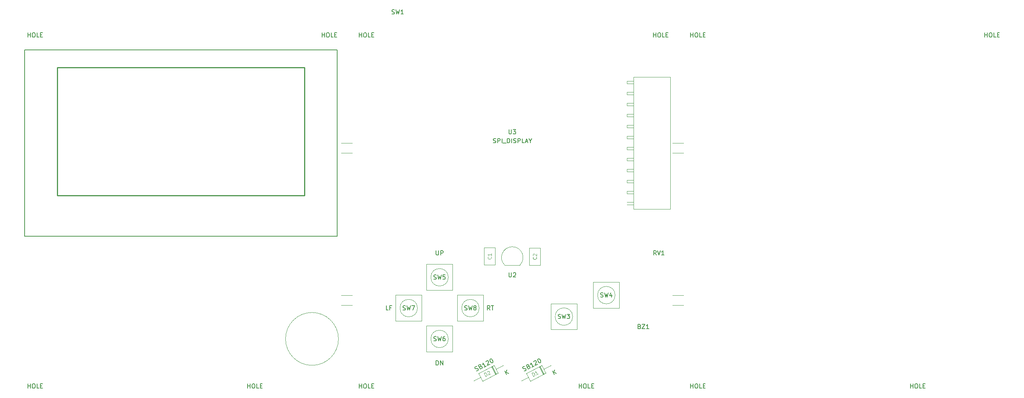
<source format=gbr>
G04 #@! TF.GenerationSoftware,KiCad,Pcbnew,(5.1.9-0-10_14)*
G04 #@! TF.CreationDate,2021-02-12T08:50:34-08:00*
G04 #@! TF.ProjectId,system,73797374-656d-42e6-9b69-6361645f7063,1.0-dev2*
G04 #@! TF.SameCoordinates,Original*
G04 #@! TF.FileFunction,Other,Fab,Top*
%FSLAX46Y46*%
G04 Gerber Fmt 4.6, Leading zero omitted, Abs format (unit mm)*
G04 Created by KiCad (PCBNEW (5.1.9-0-10_14)) date 2021-02-12 08:50:34*
%MOMM*%
%LPD*%
G01*
G04 APERTURE LIST*
%ADD10C,0.250000*%
%ADD11C,0.150000*%
%ADD12C,0.120000*%
%ADD13C,0.100000*%
G04 APERTURE END LIST*
D10*
X91809500Y-77596000D02*
X91809500Y-107096000D01*
X34809500Y-77596000D02*
X34809500Y-107096000D01*
X34809500Y-107096000D02*
X91809500Y-107096000D01*
X34809500Y-77596000D02*
X91809500Y-77596000D01*
D11*
X27309500Y-73496000D02*
X27309500Y-116496000D01*
X99309500Y-73496000D02*
X99309500Y-116496000D01*
X27309500Y-116496000D02*
X99309500Y-116496000D01*
X27309500Y-73496000D02*
X99309500Y-73496000D01*
D12*
X99635500Y-140208000D02*
G75*
G03*
X99635500Y-140208000I-6100000J0D01*
G01*
D13*
X166116000Y-81326000D02*
X167636000Y-81326000D01*
X166116000Y-80726000D02*
X166116000Y-81326000D01*
X167636000Y-80726000D02*
X166116000Y-80726000D01*
X166116000Y-106726000D02*
X167636000Y-106726000D01*
X167636000Y-106126000D02*
X166116000Y-106126000D01*
X166116000Y-101646000D02*
X167636000Y-101646000D01*
X166116000Y-101046000D02*
X166116000Y-101646000D01*
X167636000Y-101046000D02*
X166116000Y-101046000D01*
X167636000Y-103586000D02*
X166116000Y-103586000D01*
X166116000Y-104186000D02*
X167636000Y-104186000D01*
X166116000Y-106126000D02*
X166116000Y-106726000D01*
X167640000Y-97536000D02*
X167636000Y-98506000D01*
X167636000Y-110236000D02*
X167636000Y-98506000D01*
X176146000Y-97536000D02*
X176146000Y-110236000D01*
X176146000Y-110236000D02*
X167636000Y-110236000D01*
X166116000Y-103586000D02*
X166116000Y-104186000D01*
X166116000Y-98506000D02*
X166116000Y-99106000D01*
X166116000Y-99106000D02*
X167636000Y-99106000D01*
X167636000Y-98506000D02*
X166116000Y-98506000D01*
X166116000Y-83266000D02*
X166116000Y-83866000D01*
X166116000Y-83866000D02*
X167636000Y-83866000D01*
X167636000Y-83266000D02*
X166116000Y-83266000D01*
X166116000Y-95966000D02*
X166116000Y-96566000D01*
X167636000Y-95966000D02*
X166116000Y-95966000D01*
X166116000Y-96566000D02*
X167636000Y-96566000D01*
X176146000Y-79756000D02*
X167640000Y-79756000D01*
X166116000Y-85806000D02*
X166116000Y-86406000D01*
X167636000Y-85806000D02*
X166116000Y-85806000D01*
X166116000Y-86406000D02*
X167636000Y-86406000D01*
X166116000Y-88346000D02*
X166116000Y-88946000D01*
X167636000Y-88346000D02*
X166116000Y-88346000D01*
X166116000Y-88946000D02*
X167636000Y-88946000D01*
X166116000Y-90886000D02*
X166116000Y-91486000D01*
X167636000Y-90886000D02*
X166116000Y-90886000D01*
X166116000Y-91486000D02*
X167636000Y-91486000D01*
X166116000Y-93426000D02*
X166116000Y-94026000D01*
X167636000Y-93426000D02*
X166116000Y-93426000D01*
X166116000Y-94026000D02*
X167636000Y-94026000D01*
X176146000Y-79756000D02*
X176146000Y-97536000D01*
X167636000Y-97536000D02*
X167640000Y-79756000D01*
X167636000Y-108666000D02*
X166116000Y-108666000D01*
X166116000Y-109266000D02*
X167636000Y-109266000D01*
X153617564Y-135053000D02*
G75*
G03*
X153617564Y-135053000I-2015564J0D01*
G01*
X148602000Y-138053000D02*
X148602000Y-135053000D01*
X154602000Y-138053000D02*
X148602000Y-138053000D01*
X154602000Y-132053000D02*
X154602000Y-138053000D01*
X148602000Y-132053000D02*
X154602000Y-132053000D01*
X148602000Y-135053000D02*
X148602000Y-132053000D01*
X163396564Y-130100000D02*
G75*
G03*
X163396564Y-130100000I-2015564J0D01*
G01*
X158381000Y-133100000D02*
X158381000Y-130100000D01*
X164381000Y-133100000D02*
X158381000Y-133100000D01*
X164381000Y-127100000D02*
X164381000Y-133100000D01*
X158381000Y-127100000D02*
X164381000Y-127100000D01*
X158381000Y-130100000D02*
X158381000Y-127100000D01*
X124951564Y-125984000D02*
G75*
G03*
X124951564Y-125984000I-2015564J0D01*
G01*
X119936000Y-128984000D02*
X119936000Y-125984000D01*
X125936000Y-128984000D02*
X119936000Y-128984000D01*
X125936000Y-122984000D02*
X125936000Y-128984000D01*
X119936000Y-122984000D02*
X125936000Y-122984000D01*
X119936000Y-125984000D02*
X119936000Y-122984000D01*
X124951564Y-140208000D02*
G75*
G03*
X124951564Y-140208000I-2015564J0D01*
G01*
X125936000Y-137208000D02*
X125936000Y-140208000D01*
X119936000Y-137208000D02*
X125936000Y-137208000D01*
X119936000Y-143208000D02*
X119936000Y-137208000D01*
X125936000Y-143208000D02*
X119936000Y-143208000D01*
X125936000Y-140208000D02*
X125936000Y-143208000D01*
X117839564Y-133096000D02*
G75*
G03*
X117839564Y-133096000I-2015564J0D01*
G01*
X112824000Y-136096000D02*
X112824000Y-133096000D01*
X118824000Y-136096000D02*
X112824000Y-136096000D01*
X118824000Y-130096000D02*
X118824000Y-136096000D01*
X112824000Y-130096000D02*
X118824000Y-130096000D01*
X112824000Y-133096000D02*
X112824000Y-130096000D01*
X132063564Y-133096000D02*
G75*
G03*
X132063564Y-133096000I-2015564J0D01*
G01*
X133048000Y-130096000D02*
X133048000Y-133096000D01*
X127048000Y-130096000D02*
X133048000Y-130096000D01*
X127048000Y-136096000D02*
X127048000Y-130096000D01*
X133048000Y-136096000D02*
X127048000Y-136096000D01*
X133048000Y-133096000D02*
X133048000Y-136096000D01*
X179165000Y-132461000D02*
X176625000Y-132461000D01*
X179165000Y-130175000D02*
X176625000Y-130175000D01*
X179165000Y-94996000D02*
X176625000Y-94996000D01*
X179165000Y-97282000D02*
X176625000Y-97282000D01*
X100235000Y-94996000D02*
X102775000Y-94996000D01*
X100235000Y-97282000D02*
X102775000Y-97282000D01*
X100235000Y-132461000D02*
X102775000Y-132461000D01*
X100235000Y-130175000D02*
X102775000Y-130175000D01*
X135743000Y-123138000D02*
X135743000Y-119138000D01*
X133243000Y-123138000D02*
X135743000Y-123138000D01*
X133243000Y-119138000D02*
X133243000Y-123138000D01*
X135743000Y-119138000D02*
X133243000Y-119138000D01*
X143657000Y-123178000D02*
X146157000Y-123178000D01*
X146157000Y-123178000D02*
X146157000Y-119178000D01*
X146157000Y-119178000D02*
X143657000Y-119178000D01*
X143657000Y-119178000D02*
X143657000Y-123178000D01*
X147446259Y-148064252D02*
X146522762Y-146290230D01*
X146522762Y-146290230D02*
X142974718Y-148137225D01*
X142974718Y-148137225D02*
X143898216Y-149911246D01*
X143898216Y-149911246D02*
X147446259Y-148064252D01*
X148590000Y-146341476D02*
X146984510Y-147177241D01*
X141830977Y-149860000D02*
X143436467Y-149024235D01*
X146914053Y-148341301D02*
X145990555Y-146567279D01*
X146825351Y-148387476D02*
X145901854Y-146613454D01*
X147002754Y-148295126D02*
X146079256Y-146521104D01*
X135981777Y-148295126D02*
X135058279Y-146521104D01*
X135804374Y-148387476D02*
X134880877Y-146613454D01*
X135893076Y-148341301D02*
X134969578Y-146567279D01*
X130810000Y-149860000D02*
X132415490Y-149024235D01*
X137569023Y-146341476D02*
X135963533Y-147177241D01*
X132877239Y-149911246D02*
X136425282Y-148064252D01*
X131953741Y-148137225D02*
X132877239Y-149911246D01*
X135501785Y-146290230D02*
X131953741Y-148137225D01*
X136425282Y-148064252D02*
X135501785Y-146290230D01*
X137960000Y-123162000D02*
X141460000Y-123162000D01*
X137946375Y-123165625D02*
G75*
G02*
X139700000Y-118932000I1753625J1753625D01*
G01*
X141453625Y-123165625D02*
G75*
G03*
X139700000Y-118932000I-1753625J1753625D01*
G01*
D11*
X138938095Y-91908380D02*
X138938095Y-92717904D01*
X138985714Y-92813142D01*
X139033333Y-92860761D01*
X139128571Y-92908380D01*
X139319047Y-92908380D01*
X139414285Y-92860761D01*
X139461904Y-92813142D01*
X139509523Y-92717904D01*
X139509523Y-91908380D01*
X139890476Y-91908380D02*
X140509523Y-91908380D01*
X140176190Y-92289333D01*
X140319047Y-92289333D01*
X140414285Y-92336952D01*
X140461904Y-92384571D01*
X140509523Y-92479809D01*
X140509523Y-92717904D01*
X140461904Y-92813142D01*
X140414285Y-92860761D01*
X140319047Y-92908380D01*
X140033333Y-92908380D01*
X139938095Y-92860761D01*
X139890476Y-92813142D01*
X135319047Y-94900761D02*
X135461904Y-94948380D01*
X135700000Y-94948380D01*
X135795238Y-94900761D01*
X135842857Y-94853142D01*
X135890476Y-94757904D01*
X135890476Y-94662666D01*
X135842857Y-94567428D01*
X135795238Y-94519809D01*
X135700000Y-94472190D01*
X135509523Y-94424571D01*
X135414285Y-94376952D01*
X135366666Y-94329333D01*
X135319047Y-94234095D01*
X135319047Y-94138857D01*
X135366666Y-94043619D01*
X135414285Y-93996000D01*
X135509523Y-93948380D01*
X135747619Y-93948380D01*
X135890476Y-93996000D01*
X136319047Y-94948380D02*
X136319047Y-93948380D01*
X136700000Y-93948380D01*
X136795238Y-93996000D01*
X136842857Y-94043619D01*
X136890476Y-94138857D01*
X136890476Y-94281714D01*
X136842857Y-94376952D01*
X136795238Y-94424571D01*
X136700000Y-94472190D01*
X136319047Y-94472190D01*
X137319047Y-94948380D02*
X137319047Y-93948380D01*
X137557142Y-95043619D02*
X138319047Y-95043619D01*
X138557142Y-94948380D02*
X138557142Y-93948380D01*
X138795238Y-93948380D01*
X138938095Y-93996000D01*
X139033333Y-94091238D01*
X139080952Y-94186476D01*
X139128571Y-94376952D01*
X139128571Y-94519809D01*
X139080952Y-94710285D01*
X139033333Y-94805523D01*
X138938095Y-94900761D01*
X138795238Y-94948380D01*
X138557142Y-94948380D01*
X139557142Y-94948380D02*
X139557142Y-93948380D01*
X139985714Y-94900761D02*
X140128571Y-94948380D01*
X140366666Y-94948380D01*
X140461904Y-94900761D01*
X140509523Y-94853142D01*
X140557142Y-94757904D01*
X140557142Y-94662666D01*
X140509523Y-94567428D01*
X140461904Y-94519809D01*
X140366666Y-94472190D01*
X140176190Y-94424571D01*
X140080952Y-94376952D01*
X140033333Y-94329333D01*
X139985714Y-94234095D01*
X139985714Y-94138857D01*
X140033333Y-94043619D01*
X140080952Y-93996000D01*
X140176190Y-93948380D01*
X140414285Y-93948380D01*
X140557142Y-93996000D01*
X140985714Y-94948380D02*
X140985714Y-93948380D01*
X141366666Y-93948380D01*
X141461904Y-93996000D01*
X141509523Y-94043619D01*
X141557142Y-94138857D01*
X141557142Y-94281714D01*
X141509523Y-94376952D01*
X141461904Y-94424571D01*
X141366666Y-94472190D01*
X140985714Y-94472190D01*
X142461904Y-94948380D02*
X141985714Y-94948380D01*
X141985714Y-93948380D01*
X142747619Y-94662666D02*
X143223809Y-94662666D01*
X142652380Y-94948380D02*
X142985714Y-93948380D01*
X143319047Y-94948380D01*
X143842857Y-94472190D02*
X143842857Y-94948380D01*
X143509523Y-93948380D02*
X143842857Y-94472190D01*
X144176190Y-93948380D01*
X150268666Y-135457761D02*
X150411523Y-135505380D01*
X150649619Y-135505380D01*
X150744857Y-135457761D01*
X150792476Y-135410142D01*
X150840095Y-135314904D01*
X150840095Y-135219666D01*
X150792476Y-135124428D01*
X150744857Y-135076809D01*
X150649619Y-135029190D01*
X150459142Y-134981571D01*
X150363904Y-134933952D01*
X150316285Y-134886333D01*
X150268666Y-134791095D01*
X150268666Y-134695857D01*
X150316285Y-134600619D01*
X150363904Y-134553000D01*
X150459142Y-134505380D01*
X150697238Y-134505380D01*
X150840095Y-134553000D01*
X151173428Y-134505380D02*
X151411523Y-135505380D01*
X151602000Y-134791095D01*
X151792476Y-135505380D01*
X152030571Y-134505380D01*
X152316285Y-134505380D02*
X152935333Y-134505380D01*
X152602000Y-134886333D01*
X152744857Y-134886333D01*
X152840095Y-134933952D01*
X152887714Y-134981571D01*
X152935333Y-135076809D01*
X152935333Y-135314904D01*
X152887714Y-135410142D01*
X152840095Y-135457761D01*
X152744857Y-135505380D01*
X152459142Y-135505380D01*
X152363904Y-135457761D01*
X152316285Y-135410142D01*
X160047666Y-130504761D02*
X160190523Y-130552380D01*
X160428619Y-130552380D01*
X160523857Y-130504761D01*
X160571476Y-130457142D01*
X160619095Y-130361904D01*
X160619095Y-130266666D01*
X160571476Y-130171428D01*
X160523857Y-130123809D01*
X160428619Y-130076190D01*
X160238142Y-130028571D01*
X160142904Y-129980952D01*
X160095285Y-129933333D01*
X160047666Y-129838095D01*
X160047666Y-129742857D01*
X160095285Y-129647619D01*
X160142904Y-129600000D01*
X160238142Y-129552380D01*
X160476238Y-129552380D01*
X160619095Y-129600000D01*
X160952428Y-129552380D02*
X161190523Y-130552380D01*
X161381000Y-129838095D01*
X161571476Y-130552380D01*
X161809571Y-129552380D01*
X162619095Y-129885714D02*
X162619095Y-130552380D01*
X162381000Y-129504761D02*
X162142904Y-130219047D01*
X162761952Y-130219047D01*
X122150285Y-119848380D02*
X122150285Y-120657904D01*
X122197904Y-120753142D01*
X122245523Y-120800761D01*
X122340761Y-120848380D01*
X122531238Y-120848380D01*
X122626476Y-120800761D01*
X122674095Y-120753142D01*
X122721714Y-120657904D01*
X122721714Y-119848380D01*
X123197904Y-120848380D02*
X123197904Y-119848380D01*
X123578857Y-119848380D01*
X123674095Y-119896000D01*
X123721714Y-119943619D01*
X123769333Y-120038857D01*
X123769333Y-120181714D01*
X123721714Y-120276952D01*
X123674095Y-120324571D01*
X123578857Y-120372190D01*
X123197904Y-120372190D01*
X121602666Y-126388761D02*
X121745523Y-126436380D01*
X121983619Y-126436380D01*
X122078857Y-126388761D01*
X122126476Y-126341142D01*
X122174095Y-126245904D01*
X122174095Y-126150666D01*
X122126476Y-126055428D01*
X122078857Y-126007809D01*
X121983619Y-125960190D01*
X121793142Y-125912571D01*
X121697904Y-125864952D01*
X121650285Y-125817333D01*
X121602666Y-125722095D01*
X121602666Y-125626857D01*
X121650285Y-125531619D01*
X121697904Y-125484000D01*
X121793142Y-125436380D01*
X122031238Y-125436380D01*
X122174095Y-125484000D01*
X122507428Y-125436380D02*
X122745523Y-126436380D01*
X122936000Y-125722095D01*
X123126476Y-126436380D01*
X123364571Y-125436380D01*
X124221714Y-125436380D02*
X123745523Y-125436380D01*
X123697904Y-125912571D01*
X123745523Y-125864952D01*
X123840761Y-125817333D01*
X124078857Y-125817333D01*
X124174095Y-125864952D01*
X124221714Y-125912571D01*
X124269333Y-126007809D01*
X124269333Y-126245904D01*
X124221714Y-126341142D01*
X124174095Y-126388761D01*
X124078857Y-126436380D01*
X123840761Y-126436380D01*
X123745523Y-126388761D01*
X123697904Y-126341142D01*
X122150285Y-146248380D02*
X122150285Y-145248380D01*
X122388380Y-145248380D01*
X122531238Y-145296000D01*
X122626476Y-145391238D01*
X122674095Y-145486476D01*
X122721714Y-145676952D01*
X122721714Y-145819809D01*
X122674095Y-146010285D01*
X122626476Y-146105523D01*
X122531238Y-146200761D01*
X122388380Y-146248380D01*
X122150285Y-146248380D01*
X123150285Y-146248380D02*
X123150285Y-145248380D01*
X123721714Y-146248380D01*
X123721714Y-145248380D01*
X121602666Y-140612761D02*
X121745523Y-140660380D01*
X121983619Y-140660380D01*
X122078857Y-140612761D01*
X122126476Y-140565142D01*
X122174095Y-140469904D01*
X122174095Y-140374666D01*
X122126476Y-140279428D01*
X122078857Y-140231809D01*
X121983619Y-140184190D01*
X121793142Y-140136571D01*
X121697904Y-140088952D01*
X121650285Y-140041333D01*
X121602666Y-139946095D01*
X121602666Y-139850857D01*
X121650285Y-139755619D01*
X121697904Y-139708000D01*
X121793142Y-139660380D01*
X122031238Y-139660380D01*
X122174095Y-139708000D01*
X122507428Y-139660380D02*
X122745523Y-140660380D01*
X122936000Y-139946095D01*
X123126476Y-140660380D01*
X123364571Y-139660380D01*
X124174095Y-139660380D02*
X123983619Y-139660380D01*
X123888380Y-139708000D01*
X123840761Y-139755619D01*
X123745523Y-139898476D01*
X123697904Y-140088952D01*
X123697904Y-140469904D01*
X123745523Y-140565142D01*
X123793142Y-140612761D01*
X123888380Y-140660380D01*
X124078857Y-140660380D01*
X124174095Y-140612761D01*
X124221714Y-140565142D01*
X124269333Y-140469904D01*
X124269333Y-140231809D01*
X124221714Y-140136571D01*
X124174095Y-140088952D01*
X124078857Y-140041333D01*
X123888380Y-140041333D01*
X123793142Y-140088952D01*
X123745523Y-140136571D01*
X123697904Y-140231809D01*
X111132952Y-133548380D02*
X110656761Y-133548380D01*
X110656761Y-132548380D01*
X111799619Y-133024571D02*
X111466285Y-133024571D01*
X111466285Y-133548380D02*
X111466285Y-132548380D01*
X111942476Y-132548380D01*
X114490666Y-133500761D02*
X114633523Y-133548380D01*
X114871619Y-133548380D01*
X114966857Y-133500761D01*
X115014476Y-133453142D01*
X115062095Y-133357904D01*
X115062095Y-133262666D01*
X115014476Y-133167428D01*
X114966857Y-133119809D01*
X114871619Y-133072190D01*
X114681142Y-133024571D01*
X114585904Y-132976952D01*
X114538285Y-132929333D01*
X114490666Y-132834095D01*
X114490666Y-132738857D01*
X114538285Y-132643619D01*
X114585904Y-132596000D01*
X114681142Y-132548380D01*
X114919238Y-132548380D01*
X115062095Y-132596000D01*
X115395428Y-132548380D02*
X115633523Y-133548380D01*
X115824000Y-132834095D01*
X116014476Y-133548380D01*
X116252571Y-132548380D01*
X116538285Y-132548380D02*
X117204952Y-132548380D01*
X116776380Y-133548380D01*
X134548571Y-133548380D02*
X134215238Y-133072190D01*
X133977142Y-133548380D02*
X133977142Y-132548380D01*
X134358095Y-132548380D01*
X134453333Y-132596000D01*
X134500952Y-132643619D01*
X134548571Y-132738857D01*
X134548571Y-132881714D01*
X134500952Y-132976952D01*
X134453333Y-133024571D01*
X134358095Y-133072190D01*
X133977142Y-133072190D01*
X134834285Y-132548380D02*
X135405714Y-132548380D01*
X135120000Y-133548380D02*
X135120000Y-132548380D01*
X128714666Y-133500761D02*
X128857523Y-133548380D01*
X129095619Y-133548380D01*
X129190857Y-133500761D01*
X129238476Y-133453142D01*
X129286095Y-133357904D01*
X129286095Y-133262666D01*
X129238476Y-133167428D01*
X129190857Y-133119809D01*
X129095619Y-133072190D01*
X128905142Y-133024571D01*
X128809904Y-132976952D01*
X128762285Y-132929333D01*
X128714666Y-132834095D01*
X128714666Y-132738857D01*
X128762285Y-132643619D01*
X128809904Y-132596000D01*
X128905142Y-132548380D01*
X129143238Y-132548380D01*
X129286095Y-132596000D01*
X129619428Y-132548380D02*
X129857523Y-133548380D01*
X130048000Y-132834095D01*
X130238476Y-133548380D01*
X130476571Y-132548380D01*
X131000380Y-132976952D02*
X130905142Y-132929333D01*
X130857523Y-132881714D01*
X130809904Y-132786476D01*
X130809904Y-132738857D01*
X130857523Y-132643619D01*
X130905142Y-132596000D01*
X131000380Y-132548380D01*
X131190857Y-132548380D01*
X131286095Y-132596000D01*
X131333714Y-132643619D01*
X131381333Y-132738857D01*
X131381333Y-132786476D01*
X131333714Y-132881714D01*
X131286095Y-132929333D01*
X131190857Y-132976952D01*
X131000380Y-132976952D01*
X130905142Y-133024571D01*
X130857523Y-133072190D01*
X130809904Y-133167428D01*
X130809904Y-133357904D01*
X130857523Y-133453142D01*
X130905142Y-133500761D01*
X131000380Y-133548380D01*
X131190857Y-133548380D01*
X131286095Y-133500761D01*
X131333714Y-133453142D01*
X131381333Y-133357904D01*
X131381333Y-133167428D01*
X131333714Y-133072190D01*
X131286095Y-133024571D01*
X131190857Y-132976952D01*
X248632833Y-70556380D02*
X248632833Y-69556380D01*
X248632833Y-70032571D02*
X249204261Y-70032571D01*
X249204261Y-70556380D02*
X249204261Y-69556380D01*
X249870928Y-69556380D02*
X250061404Y-69556380D01*
X250156642Y-69604000D01*
X250251880Y-69699238D01*
X250299500Y-69889714D01*
X250299500Y-70223047D01*
X250251880Y-70413523D01*
X250156642Y-70508761D01*
X250061404Y-70556380D01*
X249870928Y-70556380D01*
X249775690Y-70508761D01*
X249680452Y-70413523D01*
X249632833Y-70223047D01*
X249632833Y-69889714D01*
X249680452Y-69699238D01*
X249775690Y-69604000D01*
X249870928Y-69556380D01*
X251204261Y-70556380D02*
X250728071Y-70556380D01*
X250728071Y-69556380D01*
X251537595Y-70032571D02*
X251870928Y-70032571D01*
X252013785Y-70556380D02*
X251537595Y-70556380D01*
X251537595Y-69556380D01*
X252013785Y-69556380D01*
X231487833Y-151582380D02*
X231487833Y-150582380D01*
X231487833Y-151058571D02*
X232059261Y-151058571D01*
X232059261Y-151582380D02*
X232059261Y-150582380D01*
X232725928Y-150582380D02*
X232916404Y-150582380D01*
X233011642Y-150630000D01*
X233106880Y-150725238D01*
X233154500Y-150915714D01*
X233154500Y-151249047D01*
X233106880Y-151439523D01*
X233011642Y-151534761D01*
X232916404Y-151582380D01*
X232725928Y-151582380D01*
X232630690Y-151534761D01*
X232535452Y-151439523D01*
X232487833Y-151249047D01*
X232487833Y-150915714D01*
X232535452Y-150725238D01*
X232630690Y-150630000D01*
X232725928Y-150582380D01*
X234059261Y-151582380D02*
X233583071Y-151582380D01*
X233583071Y-150582380D01*
X234392595Y-151058571D02*
X234725928Y-151058571D01*
X234868785Y-151582380D02*
X234392595Y-151582380D01*
X234392595Y-150582380D01*
X234868785Y-150582380D01*
X180814833Y-70556380D02*
X180814833Y-69556380D01*
X180814833Y-70032571D02*
X181386261Y-70032571D01*
X181386261Y-70556380D02*
X181386261Y-69556380D01*
X182052928Y-69556380D02*
X182243404Y-69556380D01*
X182338642Y-69604000D01*
X182433880Y-69699238D01*
X182481500Y-69889714D01*
X182481500Y-70223047D01*
X182433880Y-70413523D01*
X182338642Y-70508761D01*
X182243404Y-70556380D01*
X182052928Y-70556380D01*
X181957690Y-70508761D01*
X181862452Y-70413523D01*
X181814833Y-70223047D01*
X181814833Y-69889714D01*
X181862452Y-69699238D01*
X181957690Y-69604000D01*
X182052928Y-69556380D01*
X183386261Y-70556380D02*
X182910071Y-70556380D01*
X182910071Y-69556380D01*
X183719595Y-70032571D02*
X184052928Y-70032571D01*
X184195785Y-70556380D02*
X183719595Y-70556380D01*
X183719595Y-69556380D01*
X184195785Y-69556380D01*
X180814833Y-151582380D02*
X180814833Y-150582380D01*
X180814833Y-151058571D02*
X181386261Y-151058571D01*
X181386261Y-151582380D02*
X181386261Y-150582380D01*
X182052928Y-150582380D02*
X182243404Y-150582380D01*
X182338642Y-150630000D01*
X182433880Y-150725238D01*
X182481500Y-150915714D01*
X182481500Y-151249047D01*
X182433880Y-151439523D01*
X182338642Y-151534761D01*
X182243404Y-151582380D01*
X182052928Y-151582380D01*
X181957690Y-151534761D01*
X181862452Y-151439523D01*
X181814833Y-151249047D01*
X181814833Y-150915714D01*
X181862452Y-150725238D01*
X181957690Y-150630000D01*
X182052928Y-150582380D01*
X183386261Y-151582380D02*
X182910071Y-151582380D01*
X182910071Y-150582380D01*
X183719595Y-151058571D02*
X184052928Y-151058571D01*
X184195785Y-151582380D02*
X183719595Y-151582380D01*
X183719595Y-150582380D01*
X184195785Y-150582380D01*
X172886761Y-120848380D02*
X172553428Y-120372190D01*
X172315333Y-120848380D02*
X172315333Y-119848380D01*
X172696285Y-119848380D01*
X172791523Y-119896000D01*
X172839142Y-119943619D01*
X172886761Y-120038857D01*
X172886761Y-120181714D01*
X172839142Y-120276952D01*
X172791523Y-120324571D01*
X172696285Y-120372190D01*
X172315333Y-120372190D01*
X173172476Y-119848380D02*
X173505809Y-120848380D01*
X173839142Y-119848380D01*
X174696285Y-120848380D02*
X174124857Y-120848380D01*
X174410571Y-120848380D02*
X174410571Y-119848380D01*
X174315333Y-119991238D01*
X174220095Y-120086476D01*
X174124857Y-120134095D01*
X95851833Y-70556380D02*
X95851833Y-69556380D01*
X95851833Y-70032571D02*
X96423261Y-70032571D01*
X96423261Y-70556380D02*
X96423261Y-69556380D01*
X97089928Y-69556380D02*
X97280404Y-69556380D01*
X97375642Y-69604000D01*
X97470880Y-69699238D01*
X97518500Y-69889714D01*
X97518500Y-70223047D01*
X97470880Y-70413523D01*
X97375642Y-70508761D01*
X97280404Y-70556380D01*
X97089928Y-70556380D01*
X96994690Y-70508761D01*
X96899452Y-70413523D01*
X96851833Y-70223047D01*
X96851833Y-69889714D01*
X96899452Y-69699238D01*
X96994690Y-69604000D01*
X97089928Y-69556380D01*
X98423261Y-70556380D02*
X97947071Y-70556380D01*
X97947071Y-69556380D01*
X98756595Y-70032571D02*
X99089928Y-70032571D01*
X99232785Y-70556380D02*
X98756595Y-70556380D01*
X98756595Y-69556380D01*
X99232785Y-69556380D01*
X78706833Y-151582380D02*
X78706833Y-150582380D01*
X78706833Y-151058571D02*
X79278261Y-151058571D01*
X79278261Y-151582380D02*
X79278261Y-150582380D01*
X79944928Y-150582380D02*
X80135404Y-150582380D01*
X80230642Y-150630000D01*
X80325880Y-150725238D01*
X80373500Y-150915714D01*
X80373500Y-151249047D01*
X80325880Y-151439523D01*
X80230642Y-151534761D01*
X80135404Y-151582380D01*
X79944928Y-151582380D01*
X79849690Y-151534761D01*
X79754452Y-151439523D01*
X79706833Y-151249047D01*
X79706833Y-150915714D01*
X79754452Y-150725238D01*
X79849690Y-150630000D01*
X79944928Y-150582380D01*
X81278261Y-151582380D02*
X80802071Y-151582380D01*
X80802071Y-150582380D01*
X81611595Y-151058571D02*
X81944928Y-151058571D01*
X82087785Y-151582380D02*
X81611595Y-151582380D01*
X81611595Y-150582380D01*
X82087785Y-150582380D01*
X28033833Y-70556380D02*
X28033833Y-69556380D01*
X28033833Y-70032571D02*
X28605261Y-70032571D01*
X28605261Y-70556380D02*
X28605261Y-69556380D01*
X29271928Y-69556380D02*
X29462404Y-69556380D01*
X29557642Y-69604000D01*
X29652880Y-69699238D01*
X29700500Y-69889714D01*
X29700500Y-70223047D01*
X29652880Y-70413523D01*
X29557642Y-70508761D01*
X29462404Y-70556380D01*
X29271928Y-70556380D01*
X29176690Y-70508761D01*
X29081452Y-70413523D01*
X29033833Y-70223047D01*
X29033833Y-69889714D01*
X29081452Y-69699238D01*
X29176690Y-69604000D01*
X29271928Y-69556380D01*
X30605261Y-70556380D02*
X30129071Y-70556380D01*
X30129071Y-69556380D01*
X30938595Y-70032571D02*
X31271928Y-70032571D01*
X31414785Y-70556380D02*
X30938595Y-70556380D01*
X30938595Y-69556380D01*
X31414785Y-69556380D01*
X28033833Y-151582380D02*
X28033833Y-150582380D01*
X28033833Y-151058571D02*
X28605261Y-151058571D01*
X28605261Y-151582380D02*
X28605261Y-150582380D01*
X29271928Y-150582380D02*
X29462404Y-150582380D01*
X29557642Y-150630000D01*
X29652880Y-150725238D01*
X29700500Y-150915714D01*
X29700500Y-151249047D01*
X29652880Y-151439523D01*
X29557642Y-151534761D01*
X29462404Y-151582380D01*
X29271928Y-151582380D01*
X29176690Y-151534761D01*
X29081452Y-151439523D01*
X29033833Y-151249047D01*
X29033833Y-150915714D01*
X29081452Y-150725238D01*
X29176690Y-150630000D01*
X29271928Y-150582380D01*
X30605261Y-151582380D02*
X30129071Y-151582380D01*
X30129071Y-150582380D01*
X30938595Y-151058571D02*
X31271928Y-151058571D01*
X31414785Y-151582380D02*
X30938595Y-151582380D01*
X30938595Y-150582380D01*
X31414785Y-150582380D01*
X104424333Y-151582380D02*
X104424333Y-150582380D01*
X104424333Y-151058571D02*
X104995761Y-151058571D01*
X104995761Y-151582380D02*
X104995761Y-150582380D01*
X105662428Y-150582380D02*
X105852904Y-150582380D01*
X105948142Y-150630000D01*
X106043380Y-150725238D01*
X106091000Y-150915714D01*
X106091000Y-151249047D01*
X106043380Y-151439523D01*
X105948142Y-151534761D01*
X105852904Y-151582380D01*
X105662428Y-151582380D01*
X105567190Y-151534761D01*
X105471952Y-151439523D01*
X105424333Y-151249047D01*
X105424333Y-150915714D01*
X105471952Y-150725238D01*
X105567190Y-150630000D01*
X105662428Y-150582380D01*
X106995761Y-151582380D02*
X106519571Y-151582380D01*
X106519571Y-150582380D01*
X107329095Y-151058571D02*
X107662428Y-151058571D01*
X107805285Y-151582380D02*
X107329095Y-151582380D01*
X107329095Y-150582380D01*
X107805285Y-150582380D01*
X104424333Y-70556380D02*
X104424333Y-69556380D01*
X104424333Y-70032571D02*
X104995761Y-70032571D01*
X104995761Y-70556380D02*
X104995761Y-69556380D01*
X105662428Y-69556380D02*
X105852904Y-69556380D01*
X105948142Y-69604000D01*
X106043380Y-69699238D01*
X106091000Y-69889714D01*
X106091000Y-70223047D01*
X106043380Y-70413523D01*
X105948142Y-70508761D01*
X105852904Y-70556380D01*
X105662428Y-70556380D01*
X105567190Y-70508761D01*
X105471952Y-70413523D01*
X105424333Y-70223047D01*
X105424333Y-69889714D01*
X105471952Y-69699238D01*
X105567190Y-69604000D01*
X105662428Y-69556380D01*
X106995761Y-70556380D02*
X106519571Y-70556380D01*
X106519571Y-69556380D01*
X107329095Y-70032571D02*
X107662428Y-70032571D01*
X107805285Y-70556380D02*
X107329095Y-70556380D01*
X107329095Y-69556380D01*
X107805285Y-69556380D01*
X155097333Y-151582380D02*
X155097333Y-150582380D01*
X155097333Y-151058571D02*
X155668761Y-151058571D01*
X155668761Y-151582380D02*
X155668761Y-150582380D01*
X156335428Y-150582380D02*
X156525904Y-150582380D01*
X156621142Y-150630000D01*
X156716380Y-150725238D01*
X156764000Y-150915714D01*
X156764000Y-151249047D01*
X156716380Y-151439523D01*
X156621142Y-151534761D01*
X156525904Y-151582380D01*
X156335428Y-151582380D01*
X156240190Y-151534761D01*
X156144952Y-151439523D01*
X156097333Y-151249047D01*
X156097333Y-150915714D01*
X156144952Y-150725238D01*
X156240190Y-150630000D01*
X156335428Y-150582380D01*
X157668761Y-151582380D02*
X157192571Y-151582380D01*
X157192571Y-150582380D01*
X158002095Y-151058571D02*
X158335428Y-151058571D01*
X158478285Y-151582380D02*
X158002095Y-151582380D01*
X158002095Y-150582380D01*
X158478285Y-150582380D01*
X172242333Y-70556380D02*
X172242333Y-69556380D01*
X172242333Y-70032571D02*
X172813761Y-70032571D01*
X172813761Y-70556380D02*
X172813761Y-69556380D01*
X173480428Y-69556380D02*
X173670904Y-69556380D01*
X173766142Y-69604000D01*
X173861380Y-69699238D01*
X173909000Y-69889714D01*
X173909000Y-70223047D01*
X173861380Y-70413523D01*
X173766142Y-70508761D01*
X173670904Y-70556380D01*
X173480428Y-70556380D01*
X173385190Y-70508761D01*
X173289952Y-70413523D01*
X173242333Y-70223047D01*
X173242333Y-69889714D01*
X173289952Y-69699238D01*
X173385190Y-69604000D01*
X173480428Y-69556380D01*
X174813761Y-70556380D02*
X174337571Y-70556380D01*
X174337571Y-69556380D01*
X175147095Y-70032571D02*
X175480428Y-70032571D01*
X175623285Y-70556380D02*
X175147095Y-70556380D01*
X175147095Y-69556380D01*
X175623285Y-69556380D01*
X169045047Y-137342571D02*
X169187904Y-137390190D01*
X169235523Y-137437809D01*
X169283142Y-137533047D01*
X169283142Y-137675904D01*
X169235523Y-137771142D01*
X169187904Y-137818761D01*
X169092666Y-137866380D01*
X168711714Y-137866380D01*
X168711714Y-136866380D01*
X169045047Y-136866380D01*
X169140285Y-136914000D01*
X169187904Y-136961619D01*
X169235523Y-137056857D01*
X169235523Y-137152095D01*
X169187904Y-137247333D01*
X169140285Y-137294952D01*
X169045047Y-137342571D01*
X168711714Y-137342571D01*
X169616476Y-136866380D02*
X170283142Y-136866380D01*
X169616476Y-137866380D01*
X170283142Y-137866380D01*
X171187904Y-137866380D02*
X170616476Y-137866380D01*
X170902190Y-137866380D02*
X170902190Y-136866380D01*
X170806952Y-137009238D01*
X170711714Y-137104476D01*
X170616476Y-137152095D01*
D12*
X134778714Y-121271333D02*
X134816809Y-121309428D01*
X134854904Y-121423714D01*
X134854904Y-121499904D01*
X134816809Y-121614190D01*
X134740619Y-121690380D01*
X134664428Y-121728476D01*
X134512047Y-121766571D01*
X134397761Y-121766571D01*
X134245380Y-121728476D01*
X134169190Y-121690380D01*
X134093000Y-121614190D01*
X134054904Y-121499904D01*
X134054904Y-121423714D01*
X134093000Y-121309428D01*
X134131095Y-121271333D01*
X134854904Y-120509428D02*
X134854904Y-120966571D01*
X134854904Y-120738000D02*
X134054904Y-120738000D01*
X134169190Y-120814190D01*
X134245380Y-120890380D01*
X134283476Y-120966571D01*
X145192714Y-121311333D02*
X145230809Y-121349428D01*
X145268904Y-121463714D01*
X145268904Y-121539904D01*
X145230809Y-121654190D01*
X145154619Y-121730380D01*
X145078428Y-121768476D01*
X144926047Y-121806571D01*
X144811761Y-121806571D01*
X144659380Y-121768476D01*
X144583190Y-121730380D01*
X144507000Y-121654190D01*
X144468904Y-121539904D01*
X144468904Y-121463714D01*
X144507000Y-121349428D01*
X144545095Y-121311333D01*
X144545095Y-121006571D02*
X144507000Y-120968476D01*
X144468904Y-120892285D01*
X144468904Y-120701809D01*
X144507000Y-120625619D01*
X144545095Y-120587523D01*
X144621285Y-120549428D01*
X144697476Y-120549428D01*
X144811761Y-120587523D01*
X145268904Y-121044666D01*
X145268904Y-120549428D01*
D11*
X142454384Y-147601746D02*
X142603088Y-147578021D01*
X142814281Y-147468080D01*
X142876770Y-147381866D01*
X142897021Y-147317639D01*
X142895284Y-147211174D01*
X142851308Y-147126697D01*
X142765093Y-147064207D01*
X142700866Y-147043957D01*
X142594401Y-147045694D01*
X142403458Y-147091408D01*
X142296993Y-147093145D01*
X142232767Y-147072895D01*
X142146552Y-147010405D01*
X142102576Y-146925928D01*
X142100838Y-146819463D01*
X142121089Y-146755236D01*
X142183578Y-146669022D01*
X142394771Y-146559082D01*
X142543475Y-146535356D01*
X143417185Y-146563695D02*
X143565889Y-146539970D01*
X143630116Y-146560220D01*
X143716330Y-146622709D01*
X143782294Y-146749425D01*
X143784032Y-146855891D01*
X143763781Y-146920117D01*
X143701292Y-147006332D01*
X143363383Y-147182236D01*
X142901635Y-146295225D01*
X143197305Y-146141309D01*
X143303770Y-146139572D01*
X143367997Y-146159822D01*
X143454211Y-146222311D01*
X143498187Y-146306789D01*
X143499925Y-146413254D01*
X143479674Y-146477480D01*
X143417185Y-146563695D01*
X143121515Y-146717611D01*
X144715019Y-146478619D02*
X144208155Y-146742475D01*
X144461587Y-146610547D02*
X143999838Y-145723536D01*
X143981325Y-145894228D01*
X143940824Y-146022682D01*
X143878335Y-146108896D01*
X144635155Y-145500181D02*
X144655406Y-145435955D01*
X144717895Y-145349740D01*
X144929088Y-145239800D01*
X145035553Y-145238062D01*
X145099780Y-145258313D01*
X145185994Y-145320802D01*
X145229971Y-145405279D01*
X145253696Y-145553983D01*
X145010689Y-146324703D01*
X145559791Y-146038859D01*
X145647144Y-144866003D02*
X145731622Y-144822027D01*
X145838087Y-144820290D01*
X145902313Y-144840540D01*
X145988528Y-144903030D01*
X146118719Y-145049996D01*
X146228659Y-145261189D01*
X146274372Y-145452132D01*
X146276110Y-145558597D01*
X146255859Y-145622823D01*
X146193370Y-145709038D01*
X146108893Y-145753014D01*
X146002428Y-145754752D01*
X145938201Y-145734501D01*
X145851986Y-145672012D01*
X145721796Y-145525045D01*
X145611855Y-145313852D01*
X145566142Y-145122910D01*
X145564405Y-145016445D01*
X145584655Y-144952218D01*
X145647144Y-144866003D01*
X149397721Y-148460295D02*
X148935973Y-147573285D01*
X149904585Y-148196439D02*
X149260581Y-147887468D01*
X149442836Y-147309428D02*
X149199829Y-148080148D01*
D12*
X144587735Y-148832928D02*
X144218336Y-148123319D01*
X144387290Y-148035367D01*
X144506253Y-148016386D01*
X144609016Y-148048787D01*
X144677988Y-148098779D01*
X144782140Y-148216352D01*
X144834912Y-148317724D01*
X144871482Y-148470478D01*
X144872872Y-148555651D01*
X144840471Y-148658413D01*
X144756689Y-148744975D01*
X144587735Y-148832928D01*
X145669043Y-148270034D02*
X145263553Y-148481119D01*
X145466298Y-148375576D02*
X145096899Y-147665968D01*
X145082088Y-147802521D01*
X145049688Y-147905284D01*
X144999696Y-147974256D01*
D11*
X131433407Y-147601746D02*
X131582111Y-147578021D01*
X131793304Y-147468080D01*
X131855793Y-147381866D01*
X131876044Y-147317639D01*
X131874307Y-147211174D01*
X131830331Y-147126697D01*
X131744116Y-147064207D01*
X131679889Y-147043957D01*
X131573424Y-147045694D01*
X131382481Y-147091408D01*
X131276016Y-147093145D01*
X131211790Y-147072895D01*
X131125575Y-147010405D01*
X131081599Y-146925928D01*
X131079861Y-146819463D01*
X131100112Y-146755236D01*
X131162601Y-146669022D01*
X131373794Y-146559082D01*
X131522498Y-146535356D01*
X132396208Y-146563695D02*
X132544912Y-146539970D01*
X132609139Y-146560220D01*
X132695353Y-146622709D01*
X132761317Y-146749425D01*
X132763055Y-146855891D01*
X132742804Y-146920117D01*
X132680315Y-147006332D01*
X132342406Y-147182236D01*
X131880658Y-146295225D01*
X132176328Y-146141309D01*
X132282793Y-146139572D01*
X132347020Y-146159822D01*
X132433234Y-146222311D01*
X132477210Y-146306789D01*
X132478948Y-146413254D01*
X132458697Y-146477480D01*
X132396208Y-146563695D01*
X132100538Y-146717611D01*
X133694042Y-146478619D02*
X133187178Y-146742475D01*
X133440610Y-146610547D02*
X132978861Y-145723536D01*
X132960348Y-145894228D01*
X132919847Y-146022682D01*
X132857358Y-146108896D01*
X133614178Y-145500181D02*
X133634429Y-145435955D01*
X133696918Y-145349740D01*
X133908111Y-145239800D01*
X134014576Y-145238062D01*
X134078803Y-145258313D01*
X134165017Y-145320802D01*
X134208994Y-145405279D01*
X134232719Y-145553983D01*
X133989712Y-146324703D01*
X134538814Y-146038859D01*
X134626167Y-144866003D02*
X134710645Y-144822027D01*
X134817110Y-144820290D01*
X134881336Y-144840540D01*
X134967551Y-144903030D01*
X135097742Y-145049996D01*
X135207682Y-145261189D01*
X135253395Y-145452132D01*
X135255133Y-145558597D01*
X135234882Y-145622823D01*
X135172393Y-145709038D01*
X135087916Y-145753014D01*
X134981451Y-145754752D01*
X134917224Y-145734501D01*
X134831009Y-145672012D01*
X134700819Y-145525045D01*
X134590878Y-145313852D01*
X134545165Y-145122910D01*
X134543428Y-145016445D01*
X134563678Y-144952218D01*
X134626167Y-144866003D01*
D12*
X133566758Y-148832928D02*
X133197359Y-148123319D01*
X133366313Y-148035367D01*
X133485276Y-148016386D01*
X133588039Y-148048787D01*
X133657011Y-148098779D01*
X133761163Y-148216352D01*
X133813935Y-148317724D01*
X133850505Y-148470478D01*
X133851895Y-148555651D01*
X133819494Y-148658413D01*
X133735712Y-148744975D01*
X133566758Y-148832928D01*
X133908357Y-147839092D02*
X133924558Y-147787711D01*
X133974549Y-147718739D01*
X134143504Y-147630787D01*
X134228676Y-147629397D01*
X134280057Y-147645597D01*
X134349029Y-147695589D01*
X134384210Y-147763171D01*
X134403190Y-147882134D01*
X134208785Y-148498709D01*
X134648066Y-148270034D01*
D11*
X138376744Y-148460295D02*
X137914996Y-147573285D01*
X138883608Y-148196439D02*
X138239604Y-147887468D01*
X138421859Y-147309428D02*
X138178852Y-148080148D01*
X111950666Y-65174761D02*
X112093523Y-65222380D01*
X112331619Y-65222380D01*
X112426857Y-65174761D01*
X112474476Y-65127142D01*
X112522095Y-65031904D01*
X112522095Y-64936666D01*
X112474476Y-64841428D01*
X112426857Y-64793809D01*
X112331619Y-64746190D01*
X112141142Y-64698571D01*
X112045904Y-64650952D01*
X111998285Y-64603333D01*
X111950666Y-64508095D01*
X111950666Y-64412857D01*
X111998285Y-64317619D01*
X112045904Y-64270000D01*
X112141142Y-64222380D01*
X112379238Y-64222380D01*
X112522095Y-64270000D01*
X112855428Y-64222380D02*
X113093523Y-65222380D01*
X113284000Y-64508095D01*
X113474476Y-65222380D01*
X113712571Y-64222380D01*
X114617333Y-65222380D02*
X114045904Y-65222380D01*
X114331619Y-65222380D02*
X114331619Y-64222380D01*
X114236380Y-64365238D01*
X114141142Y-64460476D01*
X114045904Y-64508095D01*
X138938095Y-124928380D02*
X138938095Y-125737904D01*
X138985714Y-125833142D01*
X139033333Y-125880761D01*
X139128571Y-125928380D01*
X139319047Y-125928380D01*
X139414285Y-125880761D01*
X139461904Y-125833142D01*
X139509523Y-125737904D01*
X139509523Y-124928380D01*
X139938095Y-125023619D02*
X139985714Y-124976000D01*
X140080952Y-124928380D01*
X140319047Y-124928380D01*
X140414285Y-124976000D01*
X140461904Y-125023619D01*
X140509523Y-125118857D01*
X140509523Y-125214095D01*
X140461904Y-125356952D01*
X139890476Y-125928380D01*
X140509523Y-125928380D01*
M02*

</source>
